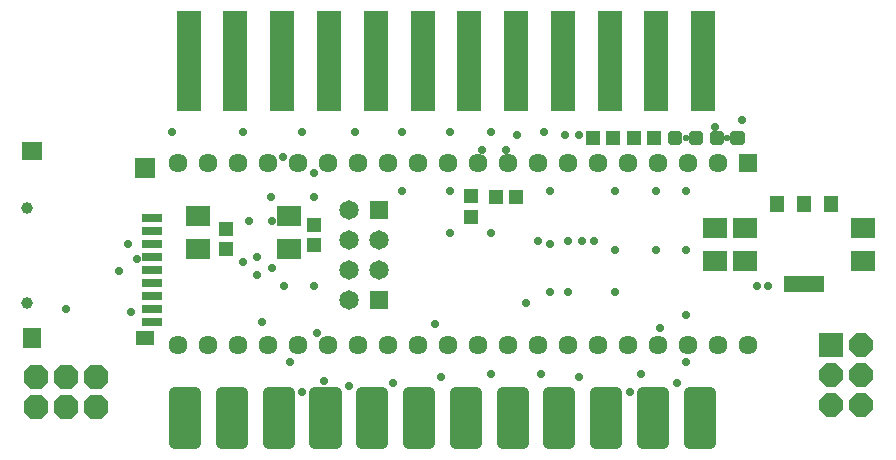
<source format=gbs>
G04 EAGLE Gerber RS-274X export*
G75*
%MOMM*%
%FSLAX34Y34*%
%LPD*%
%INBottom Soldermask*%
%IPPOS*%
%AMOC8*
5,1,8,0,0,1.08239X$1,22.5*%
G01*
%ADD10C,0.553200*%
%ADD11R,1.614400X1.614400*%
%ADD12C,1.614400*%
%ADD13C,0.960119*%
%ADD14R,1.553200X1.703200*%
%ADD15R,1.703200X1.503200*%
%ADD16R,1.803200X0.703200*%
%ADD17R,1.603200X1.203200*%
%ADD18R,1.703200X1.703200*%
%ADD19C,1.003200*%
%ADD20C,0.505344*%
%ADD21R,1.153200X1.453200*%
%ADD22R,3.403200X1.453200*%
%ADD23R,2.003200X1.803200*%
%ADD24R,1.203200X1.303200*%
%ADD25R,1.303200X1.203200*%
%ADD26R,2.032000X2.032000*%
%ADD27P,2.199416X8X292.500000*%
%ADD28R,1.643200X1.643200*%
%ADD29C,1.643200*%
%ADD30P,2.254402X8X22.500000*%
%ADD31R,2.108200X8.458200*%
%ADD32C,0.705600*%


D10*
X575000Y265000D03*
X610000Y265000D03*
D11*
X628000Y243950D03*
D12*
X602600Y243950D03*
X577200Y243950D03*
X551800Y243950D03*
X526400Y243950D03*
X501000Y243950D03*
X475600Y243950D03*
X450200Y243950D03*
X424800Y243950D03*
X399400Y243950D03*
X374000Y243950D03*
X348600Y243950D03*
X323200Y243950D03*
X297800Y243950D03*
X272400Y243950D03*
X247000Y243950D03*
X221600Y243950D03*
X196200Y243950D03*
X170800Y243950D03*
X145400Y243950D03*
X145400Y89650D03*
X170800Y89650D03*
X196200Y89650D03*
X221600Y89650D03*
X247000Y89650D03*
X272400Y89650D03*
X297800Y89650D03*
X323200Y89650D03*
X348600Y89650D03*
X374000Y89650D03*
X399400Y89650D03*
X424800Y89650D03*
X450200Y89650D03*
X475600Y89650D03*
X501000Y89650D03*
X526400Y89650D03*
X551800Y89650D03*
X577200Y89650D03*
X602600Y89650D03*
X628000Y89650D03*
D13*
X595304Y49716D02*
X577472Y49716D01*
X595304Y49716D02*
X595304Y6484D01*
X577472Y6484D01*
X577472Y49716D01*
X577472Y15605D02*
X595304Y15605D01*
X595304Y24726D02*
X577472Y24726D01*
X577472Y33847D02*
X595304Y33847D01*
X595304Y42968D02*
X577472Y42968D01*
X555704Y49716D02*
X537872Y49716D01*
X555704Y49716D02*
X555704Y6484D01*
X537872Y6484D01*
X537872Y49716D01*
X537872Y15605D02*
X555704Y15605D01*
X555704Y24726D02*
X537872Y24726D01*
X537872Y33847D02*
X555704Y33847D01*
X555704Y42968D02*
X537872Y42968D01*
X516104Y49716D02*
X498272Y49716D01*
X516104Y49716D02*
X516104Y6484D01*
X498272Y6484D01*
X498272Y49716D01*
X498272Y15605D02*
X516104Y15605D01*
X516104Y24726D02*
X498272Y24726D01*
X498272Y33847D02*
X516104Y33847D01*
X516104Y42968D02*
X498272Y42968D01*
X476504Y49716D02*
X458672Y49716D01*
X476504Y49716D02*
X476504Y6484D01*
X458672Y6484D01*
X458672Y49716D01*
X458672Y15605D02*
X476504Y15605D01*
X476504Y24726D02*
X458672Y24726D01*
X458672Y33847D02*
X476504Y33847D01*
X476504Y42968D02*
X458672Y42968D01*
X436904Y49716D02*
X419072Y49716D01*
X436904Y49716D02*
X436904Y6484D01*
X419072Y6484D01*
X419072Y49716D01*
X419072Y15605D02*
X436904Y15605D01*
X436904Y24726D02*
X419072Y24726D01*
X419072Y33847D02*
X436904Y33847D01*
X436904Y42968D02*
X419072Y42968D01*
X397304Y49716D02*
X379472Y49716D01*
X397304Y49716D02*
X397304Y6484D01*
X379472Y6484D01*
X379472Y49716D01*
X379472Y15605D02*
X397304Y15605D01*
X397304Y24726D02*
X379472Y24726D01*
X379472Y33847D02*
X397304Y33847D01*
X397304Y42968D02*
X379472Y42968D01*
X357704Y49716D02*
X339872Y49716D01*
X357704Y49716D02*
X357704Y6484D01*
X339872Y6484D01*
X339872Y49716D01*
X339872Y15605D02*
X357704Y15605D01*
X357704Y24726D02*
X339872Y24726D01*
X339872Y33847D02*
X357704Y33847D01*
X357704Y42968D02*
X339872Y42968D01*
X318104Y49716D02*
X300272Y49716D01*
X318104Y49716D02*
X318104Y6484D01*
X300272Y6484D01*
X300272Y49716D01*
X300272Y15605D02*
X318104Y15605D01*
X318104Y24726D02*
X300272Y24726D01*
X300272Y33847D02*
X318104Y33847D01*
X318104Y42968D02*
X300272Y42968D01*
X278504Y49716D02*
X260672Y49716D01*
X278504Y49716D02*
X278504Y6484D01*
X260672Y6484D01*
X260672Y49716D01*
X260672Y15605D02*
X278504Y15605D01*
X278504Y24726D02*
X260672Y24726D01*
X260672Y33847D02*
X278504Y33847D01*
X278504Y42968D02*
X260672Y42968D01*
X238904Y49716D02*
X221072Y49716D01*
X238904Y49716D02*
X238904Y6484D01*
X221072Y6484D01*
X221072Y49716D01*
X221072Y15605D02*
X238904Y15605D01*
X238904Y24726D02*
X221072Y24726D01*
X221072Y33847D02*
X238904Y33847D01*
X238904Y42968D02*
X221072Y42968D01*
X199304Y49716D02*
X181472Y49716D01*
X199304Y49716D02*
X199304Y6484D01*
X181472Y6484D01*
X181472Y49716D01*
X181472Y15605D02*
X199304Y15605D01*
X199304Y24726D02*
X181472Y24726D01*
X181472Y33847D02*
X199304Y33847D01*
X199304Y42968D02*
X181472Y42968D01*
X159704Y49716D02*
X141872Y49716D01*
X159704Y49716D02*
X159704Y6484D01*
X141872Y6484D01*
X141872Y49716D01*
X141872Y15605D02*
X159704Y15605D01*
X159704Y24726D02*
X141872Y24726D01*
X141872Y33847D02*
X159704Y33847D01*
X159704Y42968D02*
X141872Y42968D01*
D14*
X21500Y96000D03*
D15*
X21500Y254000D03*
D16*
X123000Y109000D03*
X123000Y120000D03*
X123000Y131000D03*
X123000Y142000D03*
X123000Y153000D03*
X123000Y164000D03*
X123000Y175000D03*
X123000Y186000D03*
X123000Y197000D03*
D17*
X117500Y96000D03*
D18*
X117500Y240000D03*
D19*
X17500Y125500D03*
X17500Y205500D03*
D20*
X597740Y261510D02*
X597740Y268490D01*
X604720Y268490D01*
X604720Y261510D01*
X597740Y261510D01*
X597740Y266310D02*
X604720Y266310D01*
X615280Y268490D02*
X615280Y261510D01*
X615280Y268490D02*
X622260Y268490D01*
X622260Y261510D01*
X615280Y261510D01*
X615280Y266310D02*
X622260Y266310D01*
X562740Y268490D02*
X562740Y261510D01*
X562740Y268490D02*
X569720Y268490D01*
X569720Y261510D01*
X562740Y261510D01*
X562740Y266310D02*
X569720Y266310D01*
X580280Y268490D02*
X580280Y261510D01*
X580280Y268490D02*
X587260Y268490D01*
X587260Y261510D01*
X580280Y261510D01*
X580280Y266310D02*
X587260Y266310D01*
D21*
X652000Y209000D03*
X675000Y209000D03*
X698000Y209000D03*
D22*
X675000Y141000D03*
D23*
X725000Y161000D03*
X725000Y189000D03*
X625000Y189000D03*
X625000Y161000D03*
D24*
X393000Y198500D03*
X393000Y215500D03*
X260000Y174500D03*
X260000Y191500D03*
D25*
X414500Y215000D03*
X431500Y215000D03*
X531500Y265000D03*
X548500Y265000D03*
X496500Y265000D03*
X513500Y265000D03*
D23*
X162000Y171000D03*
X162000Y199000D03*
D24*
X185500Y171000D03*
X185500Y188000D03*
D23*
X239000Y171000D03*
X239000Y199000D03*
X600000Y189000D03*
X600000Y161000D03*
D26*
X697700Y89800D03*
D27*
X723100Y89800D03*
X697700Y64400D03*
X723100Y64400D03*
X697700Y39000D03*
X723100Y39000D03*
D28*
X315025Y127750D03*
X315025Y203950D03*
D29*
X315025Y153150D03*
X315025Y178550D03*
X289625Y178550D03*
X289625Y153150D03*
X289625Y127750D03*
X289625Y203950D03*
D30*
X24600Y62700D03*
X24600Y37300D03*
X50000Y62700D03*
X50000Y37300D03*
X75400Y62700D03*
X75400Y37300D03*
D31*
X589800Y330540D03*
X550200Y330540D03*
X510600Y330540D03*
X471000Y330540D03*
X431400Y330540D03*
X391800Y330540D03*
X352200Y330540D03*
X312600Y330540D03*
X273000Y330540D03*
X233400Y330540D03*
X193800Y330540D03*
X154200Y330540D03*
D32*
X362500Y107500D03*
X262500Y100000D03*
X216000Y109000D03*
X269000Y59536D03*
X212000Y149000D03*
X212000Y164000D03*
X224000Y215000D03*
X234000Y249000D03*
X645000Y140000D03*
X622500Y280000D03*
X635000Y140000D03*
X600000Y274036D03*
X497500Y177500D03*
X485000Y267500D03*
X487500Y177500D03*
X472500Y267500D03*
X440000Y125000D03*
X432500Y267500D03*
X200000Y270000D03*
X250000Y270000D03*
X295000Y270000D03*
X335000Y270000D03*
X375000Y270000D03*
X410000Y270000D03*
X410000Y185000D03*
X375000Y185000D03*
X375000Y220000D03*
X335000Y220000D03*
X260000Y235000D03*
X260000Y215000D03*
X225000Y195000D03*
X205000Y195000D03*
X225000Y155000D03*
X200000Y160000D03*
X260000Y140000D03*
X235000Y140000D03*
X455000Y270000D03*
X460000Y220000D03*
X460000Y175000D03*
X460000Y135000D03*
X475000Y135000D03*
X515000Y135000D03*
X515000Y170000D03*
X515000Y220000D03*
X550000Y220000D03*
X575000Y220000D03*
X575000Y170000D03*
X550000Y170000D03*
X575000Y115000D03*
X575000Y75000D03*
X553000Y104000D03*
X240000Y75000D03*
X140000Y270000D03*
X410000Y65000D03*
X367500Y62500D03*
X327500Y57500D03*
X290000Y55000D03*
X250000Y50000D03*
X567500Y57500D03*
X527500Y50000D03*
X485000Y62500D03*
X537500Y65000D03*
X452500Y65000D03*
X105000Y117500D03*
X110000Y162500D03*
X102500Y175000D03*
X402500Y255000D03*
X422500Y255000D03*
X50000Y120000D03*
X475000Y177500D03*
X95000Y152500D03*
X450000Y177500D03*
M02*

</source>
